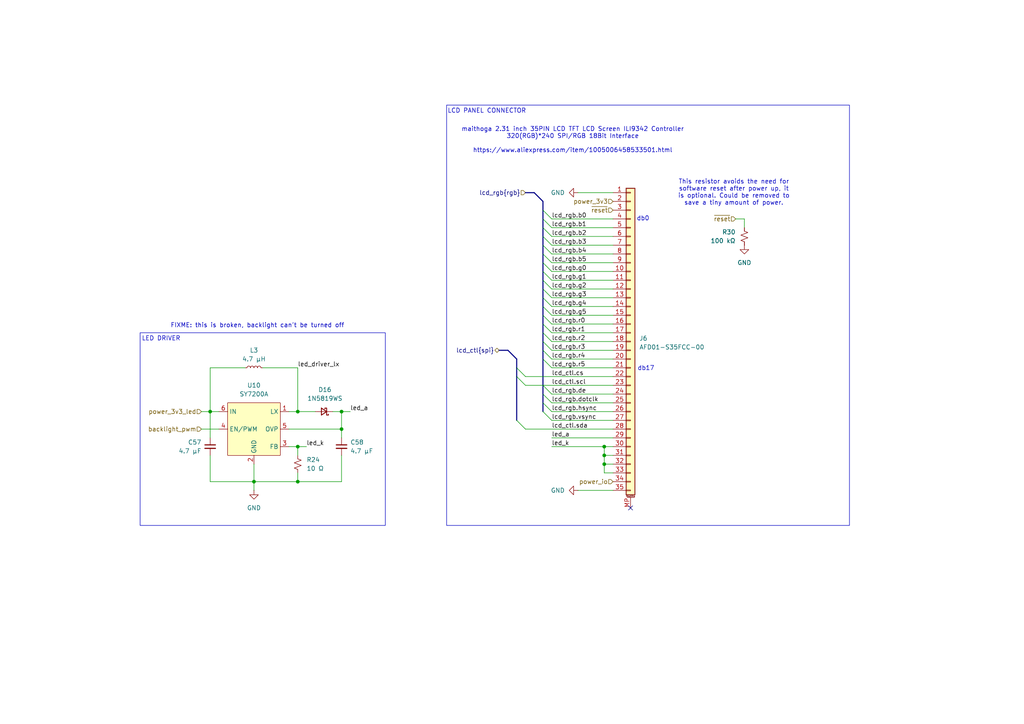
<source format=kicad_sch>
(kicad_sch (version 20231120) (generator "eeschema") (generator_version "8.0")
  (paper "A4")
  (title_block (title "LCD FPC connector & backlight driver") (date "2024-11-14") (rev "Rev1") (comment 1 "Author: Aidan MacDonald"))
  (lib_symbols
    (symbol "Connector_Generic_MountingPin:Conn_01x35_MountingPin" (pin_names (offset 1.016) hide)
      (property "Reference" "J" (at 0 45.72 0))
      (property "Value" "Conn_01x35_MountingPin" (at 1.27 -45.72 0))
      (symbol "Conn_01x35_MountingPin_1_1"
        (rectangle (start -1.27 -43.053) (end 0 -43.307) (stroke (width 0.1524)))
        (rectangle (start -1.27 -40.513) (end 0 -40.767) (stroke (width 0.1524)))
        (rectangle (start -1.27 -37.973) (end 0 -38.227) (stroke (width 0.1524)))
        (rectangle (start -1.27 -35.433) (end 0 -35.687) (stroke (width 0.1524)))
        (rectangle (start -1.27 -32.893) (end 0 -33.147) (stroke (width 0.1524)))
        (rectangle (start -1.27 -30.353) (end 0 -30.607) (stroke (width 0.1524)))
        (rectangle (start -1.27 -27.813) (end 0 -28.067) (stroke (width 0.1524)))
        (rectangle (start -1.27 -25.273) (end 0 -25.527) (stroke (width 0.1524)))
        (rectangle (start -1.27 -22.733) (end 0 -22.987) (stroke (width 0.1524)))
        (rectangle (start -1.27 -20.193) (end 0 -20.447) (stroke (width 0.1524)))
        (rectangle (start -1.27 -17.653) (end 0 -17.907) (stroke (width 0.1524)))
        (rectangle (start -1.27 -15.113) (end 0 -15.367) (stroke (width 0.1524)))
        (rectangle (start -1.27 -12.573) (end 0 -12.827) (stroke (width 0.1524)))
        (rectangle (start -1.27 -10.033) (end 0 -10.287) (stroke (width 0.1524)))
        (rectangle (start -1.27 -7.493) (end 0 -7.747) (stroke (width 0.1524)))
        (rectangle (start -1.27 -4.953) (end 0 -5.207) (stroke (width 0.1524)))
        (rectangle (start -1.27 -2.413) (end 0 -2.667) (stroke (width 0.1524)))
        (rectangle (start -1.27 0.127) (end 0 -0.127) (stroke (width 0.1524)))
        (rectangle (start -1.27 2.667) (end 0 2.413) (stroke (width 0.1524)))
        (rectangle (start -1.27 5.207) (end 0 4.953) (stroke (width 0.1524)))
        (rectangle (start -1.27 7.747) (end 0 7.493) (stroke (width 0.1524)))
        (rectangle (start -1.27 10.287) (end 0 10.033) (stroke (width 0.1524)))
        (rectangle (start -1.27 12.827) (end 0 12.573) (stroke (width 0.1524)))
        (rectangle (start -1.27 15.367) (end 0 15.113) (stroke (width 0.1524)))
        (rectangle (start -1.27 17.907) (end 0 17.653) (stroke (width 0.1524)))
        (rectangle (start -1.27 20.447) (end 0 20.193) (stroke (width 0.1524)))
        (rectangle (start -1.27 22.987) (end 0 22.733) (stroke (width 0.1524)))
        (rectangle (start -1.27 25.527) (end 0 25.273) (stroke (width 0.1524)))
        (rectangle (start -1.27 28.067) (end 0 27.813) (stroke (width 0.1524)))
        (rectangle (start -1.27 30.607) (end 0 30.353) (stroke (width 0.1524)))
        (rectangle (start -1.27 33.147) (end 0 32.893) (stroke (width 0.1524)))
        (rectangle (start -1.27 35.687) (end 0 35.433) (stroke (width 0.1524)))
        (rectangle (start -1.27 38.227) (end 0 37.973) (stroke (width 0.1524)))
        (rectangle (start -1.27 40.767) (end 0 40.513) (stroke (width 0.1524)))
        (rectangle (start -1.27 43.307) (end 0 43.053) (stroke (width 0.1524)))
        (rectangle (start -1.27 44.45) (end 1.27 -44.45) (stroke (width 0.254)) (fill (type background)))
        (polyline (pts (xy -1.016 -45.212) (xy 1.016 -45.212)) (stroke (width 0.1524)))
        (text "Mounting" (at 0 -44.831 0) (effects (font (size 0.381 0.381))))
        (pin passive line (at -5.08 43.18 0) (length 3.81) (name "Pin_1") (number "1"))
        (pin passive line (at -5.08 20.32 0) (length 3.81) (name "Pin_10") (number "10"))
        (pin passive line (at -5.08 17.78 0) (length 3.81) (name "Pin_11") (number "11"))
        (pin passive line (at -5.08 15.24 0) (length 3.81) (name "Pin_12") (number "12"))
        (pin passive line (at -5.08 12.7 0) (length 3.81) (name "Pin_13") (number "13"))
        (pin passive line (at -5.08 10.16 0) (length 3.81) (name "Pin_14") (number "14"))
        (pin passive line (at -5.08 7.62 0) (length 3.81) (name "Pin_15") (number "15"))
        (pin passive line (at -5.08 5.08 0) (length 3.81) (name "Pin_16") (number "16"))
        (pin passive line (at -5.08 2.54 0) (length 3.81) (name "Pin_17") (number "17"))
        (pin passive line (at -5.08 0 0) (length 3.81) (name "Pin_18") (number "18"))
        (pin passive line (at -5.08 -2.54 0) (length 3.81) (name "Pin_19") (number "19"))
        (pin passive line (at -5.08 40.64 0) (length 3.81) (name "Pin_2") (number "2"))
        (pin passive line (at -5.08 -5.08 0) (length 3.81) (name "Pin_20") (number "20"))
        (pin passive line (at -5.08 -7.62 0) (length 3.81) (name "Pin_21") (number "21"))
        (pin passive line (at -5.08 -10.16 0) (length 3.81) (name "Pin_22") (number "22"))
        (pin passive line (at -5.08 -12.7 0) (length 3.81) (name "Pin_23") (number "23"))
        (pin passive line (at -5.08 -15.24 0) (length 3.81) (name "Pin_24") (number "24"))
        (pin passive line (at -5.08 -17.78 0) (length 3.81) (name "Pin_25") (number "25"))
        (pin passive line (at -5.08 -20.32 0) (length 3.81) (name "Pin_26") (number "26"))
        (pin passive line (at -5.08 -22.86 0) (length 3.81) (name "Pin_27") (number "27"))
        (pin passive line (at -5.08 -25.4 0) (length 3.81) (name "Pin_28") (number "28"))
        (pin passive line (at -5.08 -27.94 0) (length 3.81) (name "Pin_29") (number "29"))
        (pin passive line (at -5.08 38.1 0) (length 3.81) (name "Pin_3") (number "3"))
        (pin passive line (at -5.08 -30.48 0) (length 3.81) (name "Pin_30") (number "30"))
        (pin passive line (at -5.08 -33.02 0) (length 3.81) (name "Pin_31") (number "31"))
        (pin passive line (at -5.08 -35.56 0) (length 3.81) (name "Pin_32") (number "32"))
        (pin passive line (at -5.08 -38.1 0) (length 3.81) (name "Pin_33") (number "33"))
        (pin passive line (at -5.08 -40.64 0) (length 3.81) (name "Pin_34") (number "34"))
        (pin passive line (at -5.08 -43.18 0) (length 3.81) (name "Pin_35") (number "35"))
        (pin passive line (at -5.08 35.56 0) (length 3.81) (name "Pin_4") (number "4"))
        (pin passive line (at -5.08 33.02 0) (length 3.81) (name "Pin_5") (number "5"))
        (pin passive line (at -5.08 30.48 0) (length 3.81) (name "Pin_6") (number "6"))
        (pin passive line (at -5.08 27.94 0) (length 3.81) (name "Pin_7") (number "7"))
        (pin passive line (at -5.08 25.4 0) (length 3.81) (name "Pin_8") (number "8"))
        (pin passive line (at -5.08 22.86 0) (length 3.81) (name "Pin_9") (number "9"))
        (pin passive line (at 0 -48.26 90) (length 3.048) (name "MountPin") (number "MP"))
      )
    )
    (symbol "Device:C_Small" (pin_numbers hide) (pin_names (offset 0.254) hide)
      (property "Reference" "C" (at 0.254 1.778 0))
      (property "Value" "C_Small" (at 0.254 -2.032 0))
      (symbol "C_Small_0_1"
        (polyline (pts (xy -1.524 -0.508) (xy 1.524 -0.508)) (stroke (width 0.3302)))
        (polyline (pts (xy -1.524 0.508) (xy 1.524 0.508)) (stroke (width 0.3048)))
      )
      (symbol "C_Small_1_1"
        (pin passive line (at 0 2.54 270) (length 2.032) (name "~") (number "1"))
        (pin passive line (at 0 -2.54 90) (length 2.032) (name "~") (number "2"))
      )
    )
    (symbol "Device:D_Schottky_Small" (pin_numbers hide) (pin_names (offset 0.254) hide)
      (property "Reference" "D" (at -1.27 2.032 0))
      (property "Value" "D_Schottky_Small" (at -7.112 -2.032 0))
      (symbol "D_Schottky_Small_0_1"
        (polyline (pts (xy -0.762 0) (xy 0.762 0)))
        (polyline (pts (xy 0.762 -1.016) (xy -0.762 0) (xy 0.762 1.016) (xy 0.762 -1.016)) (stroke (width 0.254)))
        (polyline (pts (xy -1.27 0.762) (xy -1.27 1.016) (xy -0.762 1.016) (xy -0.762 -1.016) (xy -0.254 -1.016) (xy -0.254 -0.762)) (stroke (width 0.254)))
      )
      (symbol "D_Schottky_Small_1_1"
        (pin passive line (at -2.54 0 0) (length 1.778) (name "K") (number "1"))
        (pin passive line (at 2.54 0 180) (length 1.778) (name "A") (number "2"))
      )
    )
    (symbol "Device:L_Small" (pin_numbers hide) (pin_names (offset 0.254) hide)
      (property "Reference" "L" (at 0.762 1.016 0))
      (property "Value" "L_Small" (at 0.762 -1.016 0))
      (symbol "L_Small_0_1"
        (arc (start 0 -2.032) (mid 0.5058 -1.524) (end 0 -1.016))
        (arc (start 0 -1.016) (mid 0.5058 -0.508) (end 0 0))
        (arc (start 0 0) (mid 0.5058 0.508) (end 0 1.016))
        (arc (start 0 1.016) (mid 0.5058 1.524) (end 0 2.032))
      )
      (symbol "L_Small_1_1"
        (pin passive line (at 0 2.54 270) (length 0.508) (name "~") (number "1"))
        (pin passive line (at 0 -2.54 90) (length 0.508) (name "~") (number "2"))
      )
    )
    (symbol "Device:R_Small_US" (pin_numbers hide) (pin_names (offset 0.254) hide)
      (property "Reference" "R" (at 0.762 0.508 0))
      (property "Value" "R_Small_US" (at 0.762 -1.016 0))
      (symbol "R_Small_US_1_1"
        (polyline (pts (xy 0 0) (xy 1.016 -0.381) (xy 0 -0.762) (xy -1.016 -1.143) (xy 0 -1.524)))
        (polyline (pts (xy 0 1.524) (xy 1.016 1.143) (xy 0 0.762) (xy -1.016 0.381) (xy 0 0)))
        (pin passive line (at 0 2.54 270) (length 1.016) (name "~") (number "1"))
        (pin passive line (at 0 -2.54 90) (length 1.016) (name "~") (number "2"))
      )
    )
    (symbol "echoplayer:SY7200A"
      (property "Reference" "U" (at 0 10.668 0))
      (property "Value" "SY7200A" (at 0 8.89 0))
      (symbol "SY7200A_1_1"
        (rectangle (start -7.62 7.62) (end 7.62 -7.62) (fill (type background)))
        (pin power_out line (at 10.16 5.08 180) (length 2.54) (name "LX") (number "1"))
        (pin power_in line (at 0 -10.16 90) (length 2.54) (name "GND") (number "2"))
        (pin input line (at 10.16 -5.08 180) (length 2.54) (name "FB") (number "3"))
        (pin input line (at -10.16 0 0) (length 2.54) (name "EN/PWM") (number "4"))
        (pin power_out line (at 10.16 0 180) (length 2.54) (name "OVP") (number "5"))
        (pin power_in line (at -10.16 5.08 0) (length 2.54) (name "IN") (number "6"))
      )
    )
    (symbol "power:GND" (power) (pin_numbers hide) (pin_names (offset 0) hide)
      (property "Value" "GND" (at 0 -3.81 0))
      (symbol "GND_0_1"
        (polyline (pts (xy 0 0) (xy 0 -1.27) (xy 1.27 -1.27) (xy 0 -2.54) (xy -1.27 -1.27) (xy 0 -1.27)))
      )
      (symbol "GND_1_1"
        (pin power_in line (at 0 0 270) (length 0) (name "~") (number "1"))
      )
    )
  )
  (junction (at 175.26 134.62))
  (junction (at 60.96 119.38))
  (junction (at 99.06 124.46))
  (junction (at 86.36 129.54))
  (junction (at 99.06 119.38))
  (junction (at 73.66 139.7))
  (junction (at 175.26 129.54))
  (junction (at 86.36 139.7))
  (junction (at 175.26 132.08))
  (junction (at 86.36 119.38))
  (no_connect (at 182.88 147.32))
  (bus_entry (at 157.48 99.06) (size 2.54 2.54))
  (bus_entry (at 157.48 93.98) (size 2.54 2.54))
  (bus_entry (at 157.48 71.12) (size 2.54 2.54))
  (bus_entry (at 149.86 109.22) (size 2.54 2.54))
  (bus_entry (at 157.48 73.66) (size 2.54 2.54))
  (bus_entry (at 157.48 96.52) (size 2.54 2.54))
  (bus_entry (at 157.48 76.2) (size 2.54 2.54))
  (bus_entry (at 157.48 60.96) (size 2.54 2.54))
  (bus_entry (at 149.86 121.92) (size 2.54 2.54))
  (bus_entry (at 157.48 111.76) (size 2.54 2.54))
  (bus_entry (at 157.48 104.14) (size 2.54 2.54))
  (bus_entry (at 157.48 91.44) (size 2.54 2.54))
  (bus_entry (at 157.48 119.38) (size 2.54 2.54))
  (bus_entry (at 157.48 78.74) (size 2.54 2.54))
  (bus_entry (at 157.48 66.04) (size 2.54 2.54))
  (bus_entry (at 157.48 88.9) (size 2.54 2.54))
  (bus_entry (at 157.48 63.5) (size 2.54 2.54))
  (bus_entry (at 157.48 116.84) (size 2.54 2.54))
  (bus_entry (at 157.48 101.6) (size 2.54 2.54))
  (bus_entry (at 157.48 114.3) (size 2.54 2.54))
  (bus_entry (at 157.48 86.36) (size 2.54 2.54))
  (bus_entry (at 157.48 83.82) (size 2.54 2.54))
  (bus_entry (at 157.48 68.58) (size 2.54 2.54))
  (bus_entry (at 149.86 106.68) (size 2.54 2.54))
  (bus_entry (at 157.48 81.28) (size 2.54 2.54))
  (bus (pts (xy 157.48 91.44) (xy 157.48 93.98)))
  (wire (pts (xy 160.02 121.92) (xy 177.8 121.92)))
  (bus (pts (xy 157.48 60.96) (xy 157.48 63.5)))
  (wire (pts (xy 99.06 119.38) (xy 99.06 124.46)))
  (bus (pts (xy 157.48 88.9) (xy 157.48 91.44)))
  (bus (pts (xy 147.32 101.6) (xy 149.86 104.14)))
  (wire (pts (xy 160.02 106.68) (xy 177.8 106.68)))
  (wire (pts (xy 58.42 119.38) (xy 60.96 119.38)))
  (wire (pts (xy 60.96 119.38) (xy 63.5 119.38)))
  (bus (pts (xy 157.48 68.58) (xy 157.48 71.12)))
  (wire (pts (xy 96.52 119.38) (xy 99.06 119.38)))
  (wire (pts (xy 60.96 132.08) (xy 60.96 139.7)))
  (wire (pts (xy 83.82 129.54) (xy 86.36 129.54)))
  (wire (pts (xy 86.36 119.38) (xy 91.44 119.38)))
  (wire (pts (xy 160.02 66.04) (xy 177.8 66.04)))
  (bus (pts (xy 149.86 106.68) (xy 149.86 109.22)))
  (wire (pts (xy 99.06 132.08) (xy 99.06 139.7)))
  (wire (pts (xy 213.36 63.5) (xy 215.9 63.5)))
  (wire (pts (xy 99.06 124.46) (xy 99.06 127)))
  (wire (pts (xy 160.02 127) (xy 177.8 127)))
  (wire (pts (xy 177.8 134.62) (xy 175.26 134.62)))
  (wire (pts (xy 160.02 129.54) (xy 175.26 129.54)))
  (wire (pts (xy 177.8 132.08) (xy 175.26 132.08)))
  (wire (pts (xy 160.02 71.12) (xy 177.8 71.12)))
  (wire (pts (xy 76.2 106.68) (xy 86.36 106.68)))
  (wire (pts (xy 157.48 111.76) (xy 177.8 111.76)))
  (wire (pts (xy 73.66 139.7) (xy 86.36 139.7)))
  (bus (pts (xy 149.86 109.22) (xy 149.86 121.92)))
  (wire (pts (xy 160.02 68.58) (xy 177.8 68.58)))
  (wire (pts (xy 160.02 91.44) (xy 177.8 91.44)))
  (bus (pts (xy 152.4 55.88) (xy 154.94 55.88)))
  (wire (pts (xy 86.36 137.16) (xy 86.36 139.7)))
  (wire (pts (xy 160.02 104.14) (xy 177.8 104.14)))
  (bus (pts (xy 157.48 73.66) (xy 157.48 76.2)))
  (bus (pts (xy 157.48 83.82) (xy 157.48 86.36)))
  (bus (pts (xy 157.48 116.84) (xy 157.48 119.38)))
  (bus (pts (xy 157.48 66.04) (xy 157.48 68.58)))
  (wire (pts (xy 152.4 111.76) (xy 157.48 111.76)))
  (bus (pts (xy 157.48 104.14) (xy 157.48 111.76)))
  (wire (pts (xy 160.02 76.2) (xy 177.8 76.2)))
  (bus (pts (xy 157.48 81.28) (xy 157.48 83.82)))
  (wire (pts (xy 60.96 106.68) (xy 71.12 106.68)))
  (bus (pts (xy 157.48 114.3) (xy 157.48 116.84)))
  (wire (pts (xy 160.02 83.82) (xy 177.8 83.82)))
  (wire (pts (xy 60.96 139.7) (xy 73.66 139.7)))
  (wire (pts (xy 160.02 93.98) (xy 177.8 93.98)))
  (bus (pts (xy 157.48 60.96) (xy 157.48 58.42)))
  (wire (pts (xy 160.02 116.84) (xy 177.8 116.84)))
  (wire (pts (xy 160.02 73.66) (xy 177.8 73.66)))
  (bus (pts (xy 149.86 104.14) (xy 149.86 106.68)))
  (bus (pts (xy 157.48 63.5) (xy 157.48 66.04)))
  (wire (pts (xy 160.02 88.9) (xy 177.8 88.9)))
  (bus (pts (xy 157.48 101.6) (xy 157.48 104.14)))
  (wire (pts (xy 175.26 132.08) (xy 175.26 129.54)))
  (bus (pts (xy 157.48 111.76) (xy 157.48 114.3)))
  (wire (pts (xy 86.36 129.54) (xy 88.9 129.54)))
  (wire (pts (xy 152.4 109.22) (xy 177.8 109.22)))
  (wire (pts (xy 73.66 134.62) (xy 73.66 139.7)))
  (wire (pts (xy 160.02 96.52) (xy 177.8 96.52)))
  (wire (pts (xy 215.9 63.5) (xy 215.9 66.04)))
  (wire (pts (xy 86.36 129.54) (xy 86.36 132.08)))
  (wire (pts (xy 86.36 139.7) (xy 99.06 139.7)))
  (bus (pts (xy 157.48 99.06) (xy 157.48 101.6)))
  (wire (pts (xy 175.26 134.62) (xy 175.26 132.08)))
  (wire (pts (xy 160.02 81.28) (xy 177.8 81.28)))
  (bus (pts (xy 144.78 101.6) (xy 147.32 101.6)))
  (wire (pts (xy 83.82 119.38) (xy 86.36 119.38)))
  (wire (pts (xy 160.02 63.5) (xy 177.8 63.5)))
  (wire (pts (xy 175.26 137.16) (xy 175.26 134.62)))
  (wire (pts (xy 160.02 119.38) (xy 177.8 119.38)))
  (bus (pts (xy 154.94 55.88) (xy 157.48 58.42)))
  (wire (pts (xy 101.6 119.38) (xy 99.06 119.38)))
  (wire (pts (xy 60.96 106.68) (xy 60.96 119.38)))
  (wire (pts (xy 160.02 114.3) (xy 177.8 114.3)))
  (wire (pts (xy 160.02 101.6) (xy 177.8 101.6)))
  (wire (pts (xy 160.02 99.06) (xy 177.8 99.06)))
  (wire (pts (xy 167.64 142.24) (xy 177.8 142.24)))
  (bus (pts (xy 157.48 96.52) (xy 157.48 99.06)))
  (wire (pts (xy 60.96 119.38) (xy 60.96 127)))
  (bus (pts (xy 157.48 93.98) (xy 157.48 96.52)))
  (wire (pts (xy 160.02 86.36) (xy 177.8 86.36)))
  (bus (pts (xy 157.48 86.36) (xy 157.48 88.9)))
  (wire (pts (xy 73.66 142.24) (xy 73.66 139.7)))
  (wire (pts (xy 160.02 78.74) (xy 177.8 78.74)))
  (wire (pts (xy 58.42 124.46) (xy 63.5 124.46)))
  (wire (pts (xy 86.36 106.68) (xy 86.36 119.38)))
  (bus (pts (xy 157.48 76.2) (xy 157.48 78.74)))
  (wire (pts (xy 177.8 137.16) (xy 175.26 137.16)))
  (wire (pts (xy 83.82 124.46) (xy 99.06 124.46)))
  (bus (pts (xy 157.48 78.74) (xy 157.48 81.28)))
  (bus (pts (xy 157.48 71.12) (xy 157.48 73.66)))
  (wire (pts (xy 167.64 55.88) (xy 177.8 55.88)))
  (wire (pts (xy 152.4 124.46) (xy 177.8 124.46)))
  (wire (pts (xy 175.26 129.54) (xy 177.8 129.54)))
  (rectangle (start 129.54 30.48) (end 246.38 152.4))
  (rectangle (start 40.64 96.52) (end 111.76 152.4))
  (text "LCD PANEL CONNECTOR" (at 129.794 32.258 0) (effects (font (size 1.27 1.27)) (justify left)))
  (text "LED DRIVER" (at 46.736 98.298 0) (effects (font (size 1.27 1.27))))
  (text "maithoga 2.31 inch 35PIN LCD TFT LCD Screen ILI9342 Controller\n320(RGB)*240 SPI/RGB 18Bit Interface\n\nhttps://www.aliexpress.com/item/1005006458533501.html" (at 166.116 40.64 0) (effects (font (size 1.27 1.27))))
  (text "db0" (at 184.658 62.738 0) (effects (font (size 1.27 1.27)) (justify left top)))
  (text "This resistor avoids the need for\nsoftware reset after power up, it\nis optional. Could be removed to\nsave a tiny amount of power." (at 212.852 55.88 0) (effects (font (size 1.27 1.27))))
  (text "FIXME: this is broken, backlight can't be turned off" (at 74.676 94.488 0) (effects (font (size 1.27 1.27) (thickness 0.1588))))
  (text "db17" (at 184.912 106.172 0) (effects (font (size 1.27 1.27)) (justify left top)))
  (label "lcd_ctl.scl" (at 160.02 111.76 0))
  (label "lcd_rgb.dotclk" (at 160.02 116.84 0))
  (label "led_a" (at 160.02 127 0))
  (label "lcd_rgb.r5" (at 160.02 106.68 0))
  (label "lcd_ctl.sda" (at 160.02 124.46 0))
  (label "lcd_rgb.g5" (at 160.02 91.44 0))
  (label "lcd_rgb.g0" (at 160.02 78.74 0))
  (label "lcd_rgb.g1" (at 160.02 81.28 0))
  (label "led_driver_lx" (at 86.36 106.68 0))
  (label "lcd_rgb.b5" (at 160.02 76.2 0))
  (label "led_a" (at 101.6 119.38 0))
  (label "lcd_rgb.b2" (at 160.02 68.58 0))
  (label "lcd_rgb.vsync" (at 160.02 121.92 0))
  (label "led_k" (at 160.02 129.54 0))
  (label "lcd_rgb.r0" (at 160.02 93.98 0))
  (label "lcd_rgb.g2" (at 160.02 83.82 0))
  (label "lcd_rgb.b3" (at 160.02 71.12 0))
  (label "lcd_ctl.cs" (at 160.02 109.22 0))
  (label "lcd_rgb.hsync" (at 160.02 119.38 0))
  (label "lcd_rgb.g3" (at 160.02 86.36 0))
  (label "lcd_rgb.b4" (at 160.02 73.66 0))
  (label "lcd_rgb.b0" (at 160.02 63.5 0))
  (label "lcd_rgb.r3" (at 160.02 101.6 0))
  (label "lcd_rgb.r4" (at 160.02 104.14 0))
  (label "lcd_rgb.r2" (at 160.02 99.06 0))
  (label "lcd_rgb.r1" (at 160.02 96.52 0))
  (label "led_k" (at 88.9 129.54 0))
  (label "lcd_rgb.g4" (at 160.02 88.9 0))
  (label "lcd_rgb.de" (at 160.02 114.3 0))
  (label "lcd_rgb.b1" (at 160.02 66.04 0))
  (hierarchical_label "power_io" (shape input) (at 177.8 139.7 180))
  (hierarchical_label "~{reset}" (shape input) (at 177.8 60.96 180))
  (hierarchical_label "power_3v3_led" (shape input) (at 58.42 119.38 180))
  (hierarchical_label "backlight_pwm" (shape input) (at 58.42 124.46 180))
  (hierarchical_label "power_3v3" (shape input) (at 177.8 58.42 180))
  (hierarchical_label "lcd_ctl{spi}" (shape bidirectional) (at 144.78 101.6 180))
  (hierarchical_label "lcd_rgb{rgb}" (shape input) (at 152.4 55.88 180))
  (hierarchical_label "~{reset}" (shape input) (at 213.36 63.5 180))
  (symbol (lib_id "Device:R_Small_US") (at 86.36 134.62 0) (unit 1)
    (property "Reference" "R24" (at 88.9 133.3499 0) (effects (justify left)))
    (property "Value" "10 Ω" (at 88.9 135.8899 0) (effects (justify left)))
    (property "Footprint" "Resistor_SMD:R_0402_1005Metric" (effects (hide yes)))
    (property "Description" "Resistor, small US symbol" (effects (hide yes)))
    (property "LCSC#" "C25077" (effects (hide yes)))
  )
  (symbol (lib_id "power:GND") (at 215.9 71.12 0) (unit 1)
    (property "Reference" "#PWR059" (effects (hide yes)))
    (property "Value" "GND" (at 215.9 76.2 0))
    (property "Description" "Power symbol creates a global label with name \"GND\" , ground" (effects (hide yes)))
  )
  (symbol (lib_id "Device:C_Small") (at 60.96 129.54 0) (unit 1)
    (property "Reference" "C57" (at 58.42 128.2762 0) (effects (justify right)))
    (property "Value" "4.7 µF" (at 58.42 130.8162 0) (effects (justify right)))
    (property "Footprint" "Capacitor_SMD:C_0603_1608Metric" (effects (hide yes)))
    (property "Description" "Unpolarized capacitor, small symbol" (effects (hide yes)))
    (property "LCSC#" "C69335" (effects (hide yes)))
  )
  (symbol (lib_id "Connector_Generic_MountingPin:Conn_01x35_MountingPin") (at 182.88 99.06 0) (unit 1)
    (property "Reference" "J6" (at 185.42 98.1455 0) (effects (justify left)))
    (property "Value" "AFD01-S35FCC-00" (at 185.42 100.6855 0) (effects (justify left)))
    (property "Footprint" "echoplayer:Conn_Jushuo_AFD01-S35FCC-00_RTL" (effects (hide yes)))
    (property "Datasheet" "https://www.lcsc.com/datasheet/lcsc_datasheet_2309211648_JUSHUO-AFD01-S35FCC-00_C18198555.pdf" (effects (hide yes)))
    (property "Description" "Generic connectable mounting pin connector, single row, 01x35, script generated (kicad-library-utils/schlib/autogen/connector/)" (effects (hide yes)))
    (property "LCSC#" "C18198555" (effects (hide yes)))
  )
  (symbol (lib_id "power:GND") (at 167.64 142.24 270) (unit 1)
    (property "Reference" "#PWR055" (effects (hide yes)))
    (property "Value" "GND" (at 163.83 142.2399 90) (effects (justify right)))
    (property "Description" "Power symbol creates a global label with name \"GND\" , ground" (effects (hide yes)))
  )
  (symbol (lib_id "power:GND") (at 73.66 142.24 0) (unit 1)
    (property "Reference" "#PWR052" (effects (hide yes)))
    (property "Value" "GND" (at 73.66 147.32 0))
    (property "Description" "Power symbol creates a global label with name \"GND\" , ground" (effects (hide yes)))
  )
  (symbol (lib_id "Device:D_Schottky_Small") (at 93.98 119.38 180) (unit 1)
    (property "Reference" "D16" (at 94.234 113.03 0))
    (property "Value" "1N5819WS" (at 94.234 115.57 0))
    (property "Footprint" "Diode_SMD:D_SOD-323" (effects (hide yes)))
    (property "Description" "Schottky diode, small symbol" (effects (hide yes)))
    (property "Sim.Device" "D" (effects (hide yes)))
    (property "Sim.Pins" "1=K 2=A" (effects (hide yes)))
    (property "LCSC#" "C191023" (effects (hide yes)))
  )
  (symbol (lib_id "Device:C_Small") (at 99.06 129.54 0) (mirror y) (unit 1)
    (property "Reference" "C58" (at 101.6 128.2762 0) (effects (justify right)))
    (property "Value" "4.7 µF" (at 101.6 130.8162 0) (effects (justify right)))
    (property "Footprint" "Capacitor_SMD:C_0603_1608Metric" (effects (hide yes)))
    (property "Description" "Unpolarized capacitor, small symbol" (effects (hide yes)))
    (property "LCSC#" "C69335" (effects (hide yes)))
  )
  (symbol (lib_id "Device:L_Small") (at 73.66 106.68 90) (unit 1)
    (property "Reference" "L3" (at 73.66 101.6 90))
    (property "Value" "4.7 µH" (at 73.66 104.14 90))
    (property "Footprint" "echoplayer:L_0806_2016Metric" (effects (hide yes)))
    (property "Datasheet" "https://www.lcsc.com/datasheet/lcsc_datasheet_2304140030_Murata-Electronics-LQM2MPN4R7MG0L_C86094.pdf" (effects (hide yes)))
    (property "Description" "Inductor, small symbol" (effects (hide yes)))
    (property "LCSC#" "C86094" (effects (hide yes)))
  )
  (symbol (lib_id "Device:R_Small_US") (at 215.9 68.58 0) (unit 1)
    (property "Reference" "R30" (at 213.36 67.3099 0) (effects (justify right)))
    (property "Value" "100 kΩ" (at 213.36 69.8499 0) (effects (justify right)))
    (property "Footprint" "Resistor_SMD:R_0402_1005Metric" (effects (hide yes)))
    (property "Description" "Resistor, small US symbol" (effects (hide yes)))
    (property "LCSC#" "C60491" (effects (hide yes)))
  )
  (symbol (lib_id "echoplayer:SY7200A") (at 73.66 124.46 0) (unit 1)
    (property "Reference" "U10" (at 73.66 111.76 0))
    (property "Value" "SY7200A" (at 73.66 114.3 0))
    (property "Footprint" "Package_TO_SOT_SMD:SOT-23-6" (effects (hide yes)))
    (property "Datasheet" "https://www.lcsc.com/datasheet/lcsc_datasheet_1810311211_Silergy-Corp-SY7200AABC_C107309.pdf" (effects (hide yes)))
    (property "Description" "White LED step-up converter" (effects (hide yes)))
    (property "LCSC#" "C107309" (effects (hide yes)))
  )
  (symbol (lib_id "power:GND") (at 167.64 55.88 270) (unit 1)
    (property "Reference" "#PWR054" (effects (hide yes)))
    (property "Value" "GND" (at 163.83 55.8799 90) (effects (justify right)))
    (property "Description" "Power symbol creates a global label with name \"GND\" , ground" (effects (hide yes)))
  )
)
</source>
